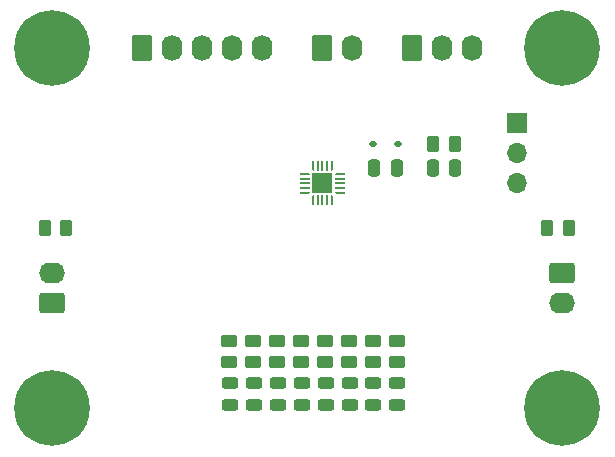
<source format=gbr>
%TF.GenerationSoftware,KiCad,Pcbnew,7.0.1-3b83917a11~172~ubuntu22.04.1*%
%TF.CreationDate,2023-04-03T09:33:55-05:00*%
%TF.ProjectId,adda-blinky,61646461-2d62-46c6-996e-6b792e6b6963,rev?*%
%TF.SameCoordinates,Original*%
%TF.FileFunction,Soldermask,Top*%
%TF.FilePolarity,Negative*%
%FSLAX46Y46*%
G04 Gerber Fmt 4.6, Leading zero omitted, Abs format (unit mm)*
G04 Created by KiCad (PCBNEW 7.0.1-3b83917a11~172~ubuntu22.04.1) date 2023-04-03 09:33:55*
%MOMM*%
%LPD*%
G01*
G04 APERTURE LIST*
G04 Aperture macros list*
%AMRoundRect*
0 Rectangle with rounded corners*
0 $1 Rounding radius*
0 $2 $3 $4 $5 $6 $7 $8 $9 X,Y pos of 4 corners*
0 Add a 4 corners polygon primitive as box body*
4,1,4,$2,$3,$4,$5,$6,$7,$8,$9,$2,$3,0*
0 Add four circle primitives for the rounded corners*
1,1,$1+$1,$2,$3*
1,1,$1+$1,$4,$5*
1,1,$1+$1,$6,$7*
1,1,$1+$1,$8,$9*
0 Add four rect primitives between the rounded corners*
20,1,$1+$1,$2,$3,$4,$5,0*
20,1,$1+$1,$4,$5,$6,$7,0*
20,1,$1+$1,$6,$7,$8,$9,0*
20,1,$1+$1,$8,$9,$2,$3,0*%
%AMFreePoly0*
4,1,14,0.334644,0.085355,0.385355,0.034644,0.400000,-0.000711,0.400000,-0.050000,0.385355,-0.085355,0.350000,-0.100000,-0.350000,-0.100000,-0.385355,-0.085355,-0.400000,-0.050000,-0.400000,0.050000,-0.385355,0.085355,-0.350000,0.100000,0.299289,0.100000,0.334644,0.085355,0.334644,0.085355,$1*%
%AMFreePoly1*
4,1,14,0.385355,0.085355,0.400000,0.050000,0.400000,0.000711,0.385355,-0.034644,0.334644,-0.085355,0.299289,-0.100000,-0.350000,-0.100000,-0.385355,-0.085355,-0.400000,-0.050000,-0.400000,0.050000,-0.385355,0.085355,-0.350000,0.100000,0.350000,0.100000,0.385355,0.085355,0.385355,0.085355,$1*%
%AMFreePoly2*
4,1,14,0.085355,0.385355,0.100000,0.350000,0.100000,-0.350000,0.085355,-0.385355,0.050000,-0.400000,-0.050000,-0.400000,-0.085355,-0.385355,-0.100000,-0.350000,-0.100000,0.299289,-0.085355,0.334644,-0.034644,0.385355,0.000711,0.400000,0.050000,0.400000,0.085355,0.385355,0.085355,0.385355,$1*%
%AMFreePoly3*
4,1,14,0.034644,0.385355,0.085355,0.334644,0.100000,0.299289,0.100000,-0.350000,0.085355,-0.385355,0.050000,-0.400000,-0.050000,-0.400000,-0.085355,-0.385355,-0.100000,-0.350000,-0.100000,0.350000,-0.085355,0.385355,-0.050000,0.400000,-0.000711,0.400000,0.034644,0.385355,0.034644,0.385355,$1*%
%AMFreePoly4*
4,1,14,0.385355,0.085355,0.400000,0.050000,0.400000,-0.050000,0.385355,-0.085355,0.350000,-0.100000,-0.299289,-0.100000,-0.334644,-0.085354,-0.385355,-0.034644,-0.400000,0.000711,-0.400000,0.050000,-0.385355,0.085355,-0.350000,0.100000,0.350000,0.100000,0.385355,0.085355,0.385355,0.085355,$1*%
%AMFreePoly5*
4,1,14,0.385355,0.085355,0.400000,0.050000,0.400000,-0.050000,0.385355,-0.085355,0.350000,-0.100000,-0.350000,-0.100000,-0.385355,-0.085355,-0.400000,-0.050000,-0.400000,-0.000711,-0.385355,0.034644,-0.334643,0.085355,-0.299289,0.100000,0.350000,0.100000,0.385355,0.085355,0.385355,0.085355,$1*%
%AMFreePoly6*
4,1,14,0.085355,0.385355,0.100000,0.350000,0.100000,-0.299289,0.085355,-0.334644,0.034644,-0.385355,-0.000711,-0.400000,-0.050000,-0.400000,-0.085355,-0.385355,-0.100000,-0.350000,-0.100000,0.350000,-0.085355,0.385355,-0.050000,0.400000,0.050000,0.400000,0.085355,0.385355,0.085355,0.385355,$1*%
%AMFreePoly7*
4,1,14,0.085355,0.385355,0.100000,0.350000,0.100000,-0.350000,0.085355,-0.385355,0.050000,-0.400000,0.000711,-0.400000,-0.034644,-0.385355,-0.085355,-0.334644,-0.100000,-0.299289,-0.100000,0.350000,-0.085355,0.385355,-0.050000,0.400000,0.050000,0.400000,0.085355,0.385355,0.085355,0.385355,$1*%
G04 Aperture macros list end*
%ADD10RoundRect,0.250000X0.845000X-0.620000X0.845000X0.620000X-0.845000X0.620000X-0.845000X-0.620000X0*%
%ADD11O,2.190000X1.740000*%
%ADD12C,6.400000*%
%ADD13RoundRect,0.243750X-0.456250X0.243750X-0.456250X-0.243750X0.456250X-0.243750X0.456250X0.243750X0*%
%ADD14R,1.700000X1.700000*%
%ADD15O,1.700000X1.700000*%
%ADD16RoundRect,0.250000X-0.450000X0.262500X-0.450000X-0.262500X0.450000X-0.262500X0.450000X0.262500X0*%
%ADD17RoundRect,0.250000X-0.620000X-0.845000X0.620000X-0.845000X0.620000X0.845000X-0.620000X0.845000X0*%
%ADD18O,1.740000X2.190000*%
%ADD19RoundRect,0.250000X-0.845000X0.620000X-0.845000X-0.620000X0.845000X-0.620000X0.845000X0.620000X0*%
%ADD20RoundRect,0.250000X-0.262500X-0.450000X0.262500X-0.450000X0.262500X0.450000X-0.262500X0.450000X0*%
%ADD21FreePoly0,270.000000*%
%ADD22RoundRect,0.050000X-0.050000X0.350000X-0.050000X-0.350000X0.050000X-0.350000X0.050000X0.350000X0*%
%ADD23FreePoly1,270.000000*%
%ADD24FreePoly2,270.000000*%
%ADD25RoundRect,0.050000X-0.350000X0.050000X-0.350000X-0.050000X0.350000X-0.050000X0.350000X0.050000X0*%
%ADD26FreePoly3,270.000000*%
%ADD27FreePoly4,270.000000*%
%ADD28FreePoly5,270.000000*%
%ADD29FreePoly6,270.000000*%
%ADD30FreePoly7,270.000000*%
%ADD31RoundRect,0.250000X0.250000X0.475000X-0.250000X0.475000X-0.250000X-0.475000X0.250000X-0.475000X0*%
%ADD32RoundRect,0.250000X-0.250000X-0.475000X0.250000X-0.475000X0.250000X0.475000X-0.250000X0.475000X0*%
%ADD33RoundRect,0.112500X-0.187500X-0.112500X0.187500X-0.112500X0.187500X0.112500X-0.187500X0.112500X0*%
G04 APERTURE END LIST*
D10*
%TO.C,J1*%
X92710000Y-63500000D03*
D11*
X92710000Y-60960000D03*
%TD*%
D12*
%TO.C,H3*%
X135890000Y-72390000D03*
%TD*%
D13*
%TO.C,D4*%
X113819000Y-70208500D03*
X113819000Y-72083500D03*
%TD*%
D14*
%TO.C,RV1*%
X132080000Y-48275000D03*
D15*
X132080000Y-50815000D03*
X132080000Y-53355000D03*
%TD*%
D16*
%TO.C,R1*%
X119888000Y-66677500D03*
X119888000Y-68502500D03*
%TD*%
D13*
%TO.C,D5*%
X111787000Y-70208500D03*
X111787000Y-72083500D03*
%TD*%
D17*
%TO.C,J3*%
X115570000Y-41910000D03*
D18*
X118110000Y-41910000D03*
%TD*%
D16*
%TO.C,R3*%
X115824000Y-66677500D03*
X115824000Y-68502500D03*
%TD*%
%TO.C,R0*%
X121920000Y-66677500D03*
X121920000Y-68502500D03*
%TD*%
D19*
%TO.C,J2*%
X135890000Y-60960000D03*
D11*
X135890000Y-63500000D03*
%TD*%
D16*
%TO.C,R2*%
X117856000Y-66677500D03*
X117856000Y-68502500D03*
%TD*%
D13*
%TO.C,D2*%
X117883000Y-70208500D03*
X117883000Y-72083500D03*
%TD*%
D16*
%TO.C,R7*%
X107696000Y-66677500D03*
X107696000Y-68502500D03*
%TD*%
D20*
%TO.C,R8*%
X124968000Y-50038000D03*
X126793000Y-50038000D03*
%TD*%
D13*
%TO.C,D1*%
X119888000Y-70208500D03*
X119888000Y-72083500D03*
%TD*%
D21*
%TO.C,U2*%
X116370000Y-51890000D03*
D22*
X115970000Y-51890000D03*
X115570000Y-51890000D03*
X115170000Y-51890000D03*
D23*
X114770000Y-51890000D03*
D24*
X114120000Y-52540000D03*
D25*
X114120000Y-52940000D03*
X114120000Y-53340000D03*
X114120000Y-53740000D03*
D26*
X114120000Y-54140000D03*
D27*
X114770000Y-54790000D03*
D22*
X115170000Y-54790000D03*
X115570000Y-54790000D03*
X115970000Y-54790000D03*
D28*
X116370000Y-54790000D03*
D29*
X117020000Y-54140000D03*
D25*
X117020000Y-53740000D03*
X117020000Y-53340000D03*
X117020000Y-52940000D03*
D30*
X117020000Y-52540000D03*
D14*
X115570000Y-53340000D03*
%TD*%
D12*
%TO.C,H4*%
X135890000Y-41910000D03*
%TD*%
D31*
%TO.C,C1*%
X126830500Y-52070000D03*
X124930500Y-52070000D03*
%TD*%
D13*
%TO.C,D0*%
X121920000Y-70208500D03*
X121920000Y-72083500D03*
%TD*%
D16*
%TO.C,R5*%
X111742000Y-66677500D03*
X111742000Y-68502500D03*
%TD*%
D12*
%TO.C,H1*%
X92710000Y-41910000D03*
%TD*%
D13*
%TO.C,D6*%
X109755000Y-70208500D03*
X109755000Y-72083500D03*
%TD*%
D12*
%TO.C,H2*%
X92710000Y-72390000D03*
%TD*%
D32*
%TO.C,C5*%
X119954000Y-52070000D03*
X121854000Y-52070000D03*
%TD*%
D17*
%TO.C,J5*%
X123190000Y-41910000D03*
D18*
X125730000Y-41910000D03*
X128270000Y-41910000D03*
%TD*%
D13*
%TO.C,D3*%
X115851000Y-70208500D03*
X115851000Y-72083500D03*
%TD*%
%TO.C,D7*%
X107723000Y-70208500D03*
X107723000Y-72083500D03*
%TD*%
D20*
%TO.C,R10*%
X134596500Y-57150000D03*
X136421500Y-57150000D03*
%TD*%
D16*
%TO.C,R4*%
X113792000Y-66677500D03*
X113792000Y-68502500D03*
%TD*%
D33*
%TO.C,D10*%
X119854000Y-50038000D03*
X121954000Y-50038000D03*
%TD*%
D17*
%TO.C,J4*%
X100330000Y-41910000D03*
D18*
X102870000Y-41910000D03*
X105410000Y-41910000D03*
X107950000Y-41910000D03*
X110490000Y-41910000D03*
%TD*%
D16*
%TO.C,R6*%
X109728000Y-66677500D03*
X109728000Y-68502500D03*
%TD*%
D20*
%TO.C,R9*%
X92051500Y-57150000D03*
X93876500Y-57150000D03*
%TD*%
M02*

</source>
